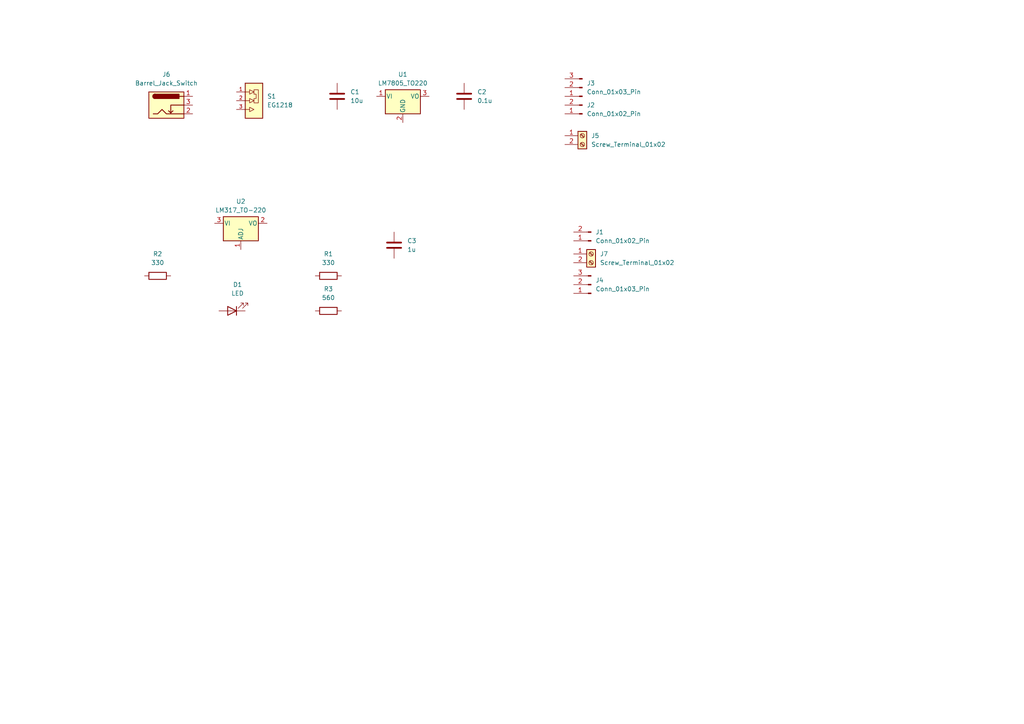
<source format=kicad_sch>
(kicad_sch (version 20230121) (generator eeschema)
  (paper "A4")
  (title_block (title "Project 2 : Breadboard power supply") (date "2024-02-14") (rev "1") (company "Aliff"))
  (lib_symbols
    (symbol "Connector:Barrel_Jack_Switch" (pin_names hide)
      (property "Reference" "J" (at 0 5.334 0))
      (property "Value" "Barrel_Jack_Switch" (at 0 -5.08 0))
      (symbol "Barrel_Jack_Switch_0_1"
        (rectangle (start -5.08 3.81) (end 5.08 -3.81) (stroke (width 0.254)) (fill (type background)))
        (arc (start -3.302 3.175) (mid -3.9343 2.54) (end -3.302 1.905) (stroke (width 0.254)))
        (arc (start -3.302 3.175) (mid -3.9343 2.54) (end -3.302 1.905) (stroke (width 0.254)) (fill (type outline)))
        (polyline (pts (xy 1.27 -2.286) (xy 1.905 -1.651)) (stroke (width 0.254)))
        (polyline (pts (xy 5.08 2.54) (xy 3.81 2.54)) (stroke (width 0.254)))
        (polyline (pts (xy 5.08 0) (xy 1.27 0) (xy 1.27 -2.286) (xy 0.635 -1.651)) (stroke (width 0.254)))
        (polyline (pts (xy -3.81 -2.54) (xy -2.54 -2.54) (xy -1.27 -1.27) (xy 0 -2.54) (xy 2.54 -2.54) (xy 5.08 -2.54)) (stroke (width 0.254)))
        (rectangle (start 3.683 3.175) (end -3.302 1.905) (stroke (width 0.254)) (fill (type outline)))
      )
      (symbol "Barrel_Jack_Switch_1_1"
        (pin passive line (at 7.62 2.54 180) (length 2.54) (name "~") (number "1"))
        (pin passive line (at 7.62 -2.54 180) (length 2.54) (name "~") (number "2"))
        (pin passive line (at 7.62 0 180) (length 2.54) (name "~") (number "3"))
      )
    )
    (symbol "Connector:Conn_01x02_Pin" (pin_names (offset 1.016) hide)
      (property "Reference" "J" (at 0 2.54 0))
      (property "Value" "Conn_01x02_Pin" (at 0 -5.08 0))
      (symbol "Conn_01x02_Pin_1_1"
        (polyline (pts (xy 1.27 -2.54) (xy 0.8636 -2.54)) (stroke (width 0.1524)))
        (polyline (pts (xy 1.27 0) (xy 0.8636 0)) (stroke (width 0.1524)))
        (rectangle (start 0.8636 -2.413) (end 0 -2.667) (stroke (width 0.1524)) (fill (type outline)))
        (rectangle (start 0.8636 0.127) (end 0 -0.127) (stroke (width 0.1524)) (fill (type outline)))
        (pin passive line (at 5.08 0 180) (length 3.81) (name "Pin_1") (number "1"))
        (pin passive line (at 5.08 -2.54 180) (length 3.81) (name "Pin_2") (number "2"))
      )
    )
    (symbol "Connector:Conn_01x03_Pin" (pin_names (offset 1.016) hide)
      (property "Reference" "J" (at 0 5.08 0))
      (property "Value" "Conn_01x03_Pin" (at 0 -5.08 0))
      (symbol "Conn_01x03_Pin_1_1"
        (polyline (pts (xy 1.27 -2.54) (xy 0.8636 -2.54)) (stroke (width 0.1524)))
        (polyline (pts (xy 1.27 0) (xy 0.8636 0)) (stroke (width 0.1524)))
        (polyline (pts (xy 1.27 2.54) (xy 0.8636 2.54)) (stroke (width 0.1524)))
        (rectangle (start 0.8636 -2.413) (end 0 -2.667) (stroke (width 0.1524)) (fill (type outline)))
        (rectangle (start 0.8636 0.127) (end 0 -0.127) (stroke (width 0.1524)) (fill (type outline)))
        (rectangle (start 0.8636 2.667) (end 0 2.413) (stroke (width 0.1524)) (fill (type outline)))
        (pin passive line (at 5.08 2.54 180) (length 3.81) (name "Pin_1") (number "1"))
        (pin passive line (at 5.08 0 180) (length 3.81) (name "Pin_2") (number "2"))
        (pin passive line (at 5.08 -2.54 180) (length 3.81) (name "Pin_3") (number "3"))
      )
    )
    (symbol "Connector:Screw_Terminal_01x02" (pin_names (offset 1.016) hide)
      (property "Reference" "J" (at 0 2.54 0))
      (property "Value" "Screw_Terminal_01x02" (at 0 -5.08 0))
      (symbol "Screw_Terminal_01x02_1_1"
        (rectangle (start -1.27 1.27) (end 1.27 -3.81) (stroke (width 0.254)) (fill (type background)))
        (circle (center 0 -2.54) (radius 0.635) (stroke (width 0.1524)))
        (polyline (pts (xy -0.5334 -2.2098) (xy 0.3302 -3.048)) (stroke (width 0.1524)))
        (polyline (pts (xy -0.5334 0.3302) (xy 0.3302 -0.508)) (stroke (width 0.1524)))
        (polyline (pts (xy -0.3556 -2.032) (xy 0.508 -2.8702)) (stroke (width 0.1524)))
        (polyline (pts (xy -0.3556 0.508) (xy 0.508 -0.3302)) (stroke (width 0.1524)))
        (circle (center 0 0) (radius 0.635) (stroke (width 0.1524)))
        (pin passive line (at -5.08 0 0) (length 3.81) (name "Pin_1") (number "1"))
        (pin passive line (at -5.08 -2.54 0) (length 3.81) (name "Pin_2") (number "2"))
      )
    )
    (symbol "Device:C" (pin_numbers hide) (pin_names (offset 0.254))
      (property "Reference" "C" (at 0.635 2.54 0))
      (property "Value" "C" (at 0.635 -2.54 0))
      (symbol "C_0_1"
        (polyline (pts (xy -2.032 -0.762) (xy 2.032 -0.762)) (stroke (width 0.508)))
        (polyline (pts (xy -2.032 0.762) (xy 2.032 0.762)) (stroke (width 0.508)))
      )
      (symbol "C_1_1"
        (pin passive line (at 0 3.81 270) (length 2.794) (name "~") (number "1"))
        (pin passive line (at 0 -3.81 90) (length 2.794) (name "~") (number "2"))
      )
    )
    (symbol "Device:LED" (pin_numbers hide) (pin_names (offset 1.016) hide)
      (property "Reference" "D" (at 0 2.54 0))
      (property "Value" "LED" (at 0 -2.54 0))
      (symbol "LED_0_1"
        (polyline (pts (xy -1.27 -1.27) (xy -1.27 1.27)) (stroke (width 0.254)))
        (polyline (pts (xy -1.27 0) (xy 1.27 0)))
        (polyline (pts (xy 1.27 -1.27) (xy 1.27 1.27) (xy -1.27 0) (xy 1.27 -1.27)) (stroke (width 0.254)))
        (polyline (pts (xy -3.048 -0.762) (xy -4.572 -2.286) (xy -3.81 -2.286) (xy -4.572 -2.286) (xy -4.572 -1.524)))
        (polyline (pts (xy -1.778 -0.762) (xy -3.302 -2.286) (xy -2.54 -2.286) (xy -3.302 -2.286) (xy -3.302 -1.524)))
      )
      (symbol "LED_1_1"
        (pin passive line (at -3.81 0 0) (length 2.54) (name "K") (number "1"))
        (pin passive line (at 3.81 0 180) (length 2.54) (name "A") (number "2"))
      )
    )
    (symbol "Device:R" (pin_numbers hide) (pin_names (offset 0))
      (property "Reference" "R" (at 2.032 0 90))
      (property "Value" "R" (at 0 0 90))
      (symbol "R_0_1"
        (rectangle (start -1.016 -2.54) (end 1.016 2.54) (stroke (width 0.254)))
      )
      (symbol "R_1_1"
        (pin passive line (at 0 3.81 270) (length 1.27) (name "~") (number "1"))
        (pin passive line (at 0 -3.81 90) (length 1.27) (name "~") (number "2"))
      )
    )
    (symbol "EG1218:EG1218" (pin_names (offset 1.016) hide)
      (property "Reference" "S" (at -5.08 5.842 0))
      (property "Value" "EG1218" (at -5.08 -7.62 0))
      (symbol "EG1218_0_0"
        (rectangle (start -2.54 -5.08) (end 2.54 5.08) (stroke (width 0.254)) (fill (type background)))
        (polyline (pts (xy -2.54 -2.54) (xy -1.27 -2.54)) (stroke (width 0.1524)))
        (polyline (pts (xy -2.54 0) (xy -1.27 0)) (stroke (width 0.1524)))
        (polyline (pts (xy -2.54 2.54) (xy -1.27 2.54)) (stroke (width 0.1524)))
        (polyline (pts (xy -1.27 -1.905) (xy -1.27 -3.175) (xy 0 -2.54) (xy -1.27 -1.905)) (stroke (width 0.1524)) (fill (type background)))
        (polyline (pts (xy -1.27 0.635) (xy -1.27 -0.635) (xy 0 0) (xy -1.27 0.635)) (stroke (width 0.1524)) (fill (type background)))
        (polyline (pts (xy -1.27 3.175) (xy -1.27 1.905) (xy 0 2.54) (xy -1.27 3.175)) (stroke (width 0.1524)) (fill (type background)))
        (polyline (pts (xy 0 1.905) (xy 0 3.175) (xy 1.27 3.175) (xy 1.27 -0.635) (xy 0 -0.635) (xy 0 0.635) (xy 0.635 0.635) (xy 0.635 1.905) (xy 0 1.905)) (stroke (width 0.1524)) (fill (type background)))
        (pin passive line (at -5.08 2.54 0) (length 2.54) (name "~") (number "1"))
        (pin passive line (at -5.08 0 0) (length 2.54) (name "~") (number "2"))
        (pin passive line (at -5.08 -2.54 0) (length 2.54) (name "~") (number "3"))
      )
    )
    (symbol "Regulator_Linear:LM317_TO-220" (pin_names (offset 0.254))
      (property "Reference" "U" (at -3.81 3.175 0))
      (property "Value" "LM317_TO-220" (at 0 3.175 0))
      (symbol "LM317_TO-220_0_1"
        (rectangle (start -5.08 1.905) (end 5.08 -5.08) (stroke (width 0.254)) (fill (type background)))
      )
      (symbol "LM317_TO-220_1_1"
        (pin input line (at 0 -7.62 90) (length 2.54) (name "ADJ") (number "1"))
        (pin power_out line (at 7.62 0 180) (length 2.54) (name "VO") (number "2"))
        (pin power_in line (at -7.62 0 0) (length 2.54) (name "VI") (number "3"))
      )
    )
    (symbol "Regulator_Linear:LM7805_TO220" (pin_names (offset 0.254))
      (property "Reference" "U" (at -3.81 3.175 0))
      (property "Value" "LM7805_TO220" (at 0 3.175 0))
      (symbol "LM7805_TO220_0_1"
        (rectangle (start -5.08 1.905) (end 5.08 -5.08) (stroke (width 0.254)) (fill (type background)))
      )
      (symbol "LM7805_TO220_1_1"
        (pin power_in line (at -7.62 0 0) (length 2.54) (name "VI") (number "1"))
        (pin power_in line (at 0 -7.62 90) (length 2.54) (name "GND") (number "2"))
        (pin power_out line (at 7.62 0 180) (length 2.54) (name "VO") (number "3"))
      )
    )
  )
  (symbol (lib_id "Device:C") (at 97.79 27.94 0) (unit 1)
    (property "Reference" "C1" (at 101.6 26.67 0) (effects (justify left)))
    (property "Value" "10u" (at 101.6 29.21 0) (effects (justify left)))
    (property "Footprint" "Connector_PinHeader_2.54mm:PinHeader_1x02_P2.54mm_Vertical" (effects hide))
  )
  (symbol (lib_id "EG1218:EG1218") (at 73.66 29.21 0) (unit 1)
    (property "Reference" "S1" (at 77.47 27.94 0) (effects (justify left)))
    (property "Value" "EG1218" (at 77.47 30.48 0) (effects (justify left)))
    (property "Footprint" "EG1218:SW_EG1218" (effects hide))
    (property "MF" "E-Switch" (effects hide))
    (property "DESCRIPTION" "Slide Switch SPDT Through Hole" (effects hide))
    (property "PACKAGE" "None" (effects hide))
    (property "PRICE" "None" (effects hide))
    (property "Package" "None" (effects hide))
    (property "Check_prices" "https://www.snapeda.com/parts/EG1218/E-Switch/view-part/?ref=eda" (effects hide))
    (property "Price" "None" (effects hide))
    (property "SnapEDA_Link" "https://www.snapeda.com/parts/EG1218/E-Switch/view-part/?ref=snap" (effects hide))
    (property "MP" "EG1218" (effects hide))
    (property "Description" "\\nSlide Switch, EG Series, SPDT, Non-Shorting, ON-ON, 200mA DC, 30VDC, PC Pin | E-Switch EG1218\\n" (effects hide))
    (property "Availability" "In Stock" (effects hide))
    (property "AVAILABILITY" "In Stock" (effects hide))
    (property "PURCHASE-URL" "https://pricing.snapeda.com/search/part/EG1218/?ref=eda" (effects hide))
  )
  (symbol (lib_id "Connector:Conn_01x02_Pin") (at 171.45 69.85 180) (unit 1)
    (property "Reference" "J1" (at 172.72 67.31 0) (effects (justify right)))
    (property "Value" "Conn_01x02_Pin" (at 172.72 69.85 0) (effects (justify right)))
    (property "Footprint" "Connector_PinHeader_2.54mm:PinHeader_1x02_P2.54mm_Vertical" (effects hide))
  )
  (symbol (lib_id "Connector:Conn_01x03_Pin") (at 168.91 25.4 180) (unit 1)
    (property "Reference" "J3" (at 170.18 24.13 0) (effects (justify right)))
    (property "Value" "Conn_01x03_Pin" (at 170.18 26.67 0) (effects (justify right)))
    (property "Footprint" "Connector_PinHeader_2.54mm:PinHeader_1x02_P2.54mm_Vertical" (effects hide))
  )
  (symbol (lib_id "Device:LED") (at 67.31 90.17 180) (unit 1)
    (property "Reference" "D1" (at 68.8975 82.55 0))
    (property "Value" "LED" (at 68.8975 85.09 0))
    (property "Footprint" "LED_THT:LED_D5.0mm" (effects hide))
  )
  (symbol (lib_id "Device:R") (at 95.25 80.01 90) (unit 1)
    (property "Reference" "R1" (at 95.25 73.66 90))
    (property "Value" "330" (at 95.25 76.2 90))
    (property "Footprint" "Resistor_THT:R_Axial_DIN0207_L6.3mm_D2.5mm_P7.62mm_Horizontal" (effects hide))
  )
  (symbol (lib_id "Device:C") (at 114.3 71.12 0) (unit 1)
    (property "Reference" "C3" (at 118.11 69.85 0) (effects (justify left)))
    (property "Value" "1u" (at 118.11 72.39 0) (effects (justify left)))
    (property "Footprint" "Capacitor_THT:C_Disc_D3.0mm_W1.6mm_P2.50mm" (effects hide))
  )
  (symbol (lib_id "Connector:Barrel_Jack_Switch") (at 48.26 30.48 0) (unit 1)
    (property "Reference" "J6" (at 48.26 21.59 0))
    (property "Value" "Barrel_Jack_Switch" (at 48.26 24.13 0))
    (property "Footprint" "Connector_BarrelJack:BarrelJack_Horizontal" (effects hide))
  )
  (symbol (lib_id "Connector:Conn_01x02_Pin") (at 168.91 33.02 180) (unit 1)
    (property "Reference" "J2" (at 170.18 30.48 0) (effects (justify right)))
    (property "Value" "Conn_01x02_Pin" (at 170.18 33.02 0) (effects (justify right)))
    (property "Footprint" "Connector_PinHeader_2.54mm:PinHeader_1x02_P2.54mm_Vertical" (effects hide))
  )
  (symbol (lib_id "Regulator_Linear:LM317_TO-220") (at 69.85 64.77 0) (unit 1)
    (property "Reference" "U2" (at 69.85 58.42 0))
    (property "Value" "LM317_TO-220" (at 69.85 60.96 0))
    (property "Footprint" "Package_TO_SOT_THT:TO-220-3_Vertical" (effects hide))
    (property "Datasheet" "http://www.ti.com/lit/ds/symlink/lm317.pdf" (effects hide))
  )
  (symbol (lib_id "Connector:Conn_01x03_Pin") (at 171.45 82.55 180) (unit 1)
    (property "Reference" "J4" (at 172.72 81.28 0) (effects (justify right)))
    (property "Value" "Conn_01x03_Pin" (at 172.72 83.82 0) (effects (justify right)))
    (property "Footprint" "Connector_PinHeader_2.54mm:PinHeader_1x02_P2.54mm_Vertical" (effects hide))
  )
  (symbol (lib_id "Regulator_Linear:LM7805_TO220") (at 116.84 27.94 0) (unit 1)
    (property "Reference" "U1" (at 116.84 21.59 0))
    (property "Value" "LM7805_TO220" (at 116.84 24.13 0))
    (property "Footprint" "Package_TO_SOT_THT:TO-220-3_Vertical" (effects hide))
    (property "Datasheet" "https://www.onsemi.cn/PowerSolutions/document/MC7800-D.PDF" (effects hide))
  )
  (symbol (lib_id "Device:R") (at 45.72 80.01 90) (unit 1)
    (property "Reference" "R2" (at 45.72 73.66 90))
    (property "Value" "330" (at 45.72 76.2 90))
    (property "Footprint" "Resistor_THT:R_Axial_DIN0207_L6.3mm_D2.5mm_P7.62mm_Horizontal" (effects hide))
  )
  (symbol (lib_id "Connector:Screw_Terminal_01x02") (at 171.45 73.66 0) (unit 1)
    (property "Reference" "J7" (at 173.99 73.66 0) (effects (justify left)))
    (property "Value" "Screw_Terminal_01x02" (at 173.99 76.2 0) (effects (justify left)))
    (property "Footprint" "TerminalBlock:TerminalBlock_bornier-2_P5.08mm" (effects hide))
  )
  (symbol (lib_id "Device:R") (at 95.25 90.17 90) (unit 1)
    (property "Reference" "R3" (at 95.25 83.82 90))
    (property "Value" "560" (at 95.25 86.36 90))
    (property "Footprint" "Resistor_THT:R_Axial_DIN0207_L6.3mm_D2.5mm_P7.62mm_Horizontal" (effects hide))
  )
  (symbol (lib_id "Connector:Screw_Terminal_01x02") (at 168.91 39.37 0) (unit 1)
    (property "Reference" "J5" (at 171.45 39.37 0) (effects (justify left)))
    (property "Value" "Screw_Terminal_01x02" (at 171.45 41.91 0) (effects (justify left)))
    (property "Footprint" "TerminalBlock:TerminalBlock_bornier-2_P5.08mm" (effects hide))
  )
  (symbol (lib_id "Device:C") (at 134.62 27.94 0) (unit 1)
    (property "Reference" "C2" (at 138.43 26.67 0) (effects (justify left)))
    (property "Value" "0.1u" (at 138.43 29.21 0) (effects (justify left)))
    (property "Footprint" "Capacitor_THT:C_Disc_D3.0mm_W1.6mm_P2.50mm" (effects hide))
  )
)
</source>
